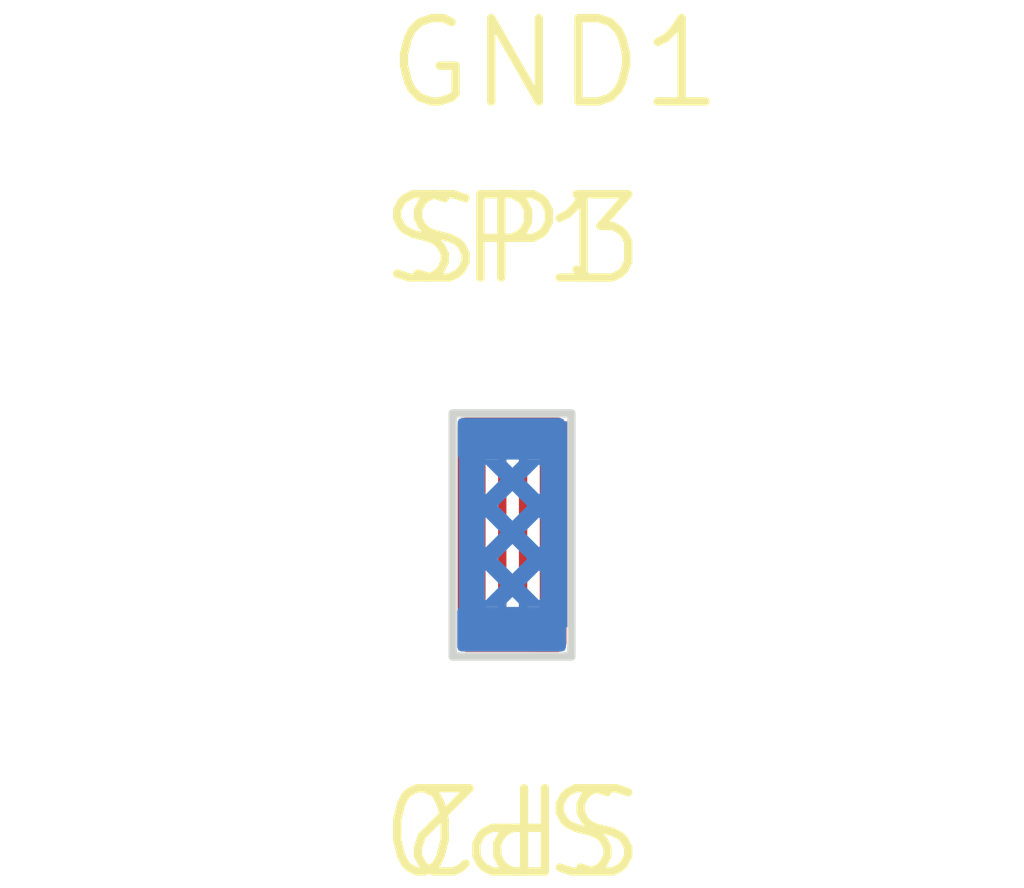
<source format=kicad_pcb>
(kicad_pcb (version 20240108) (generator "pcbnew") (generator_version "8.0")
  (layers (0 "F.Cu" signal) (31 "B.Cu" signal) (34 "B.Paste" user) (35 "F.Paste" user) (36 "B.SilkS" user "B.Silkscreen") (37 "F.SilkS" user "F.Silkscreen") (38 "B.Mask" user) (39 "F.Mask" user) (44 "Edge.Cuts" user))
  (net 0 "")
  (net 1 "GND")
  (net 2 "/A_+")
  (net 3 "/A_-")
  (footprint "simulation_port:pad_0.1mm" (layer "F.Cu") (at 148.59 128.495)
    (property "Reference" "SP1" (at 0 -4.5 0) (layer "F.SilkS") (effects (font (thickness 0.1))))
    (property "Value" "Simulation_Port")
    (pad "1" smd roundrect (at 0 0) (size 0.1 0.1) (layers "F.Cu" "F.Paste" "F.Mask") (roundrect_rratio 0.1) (net 2 "/A_+"))
  )
  (footprint "simulation_port:pad_0.1mm" (layer "F.Cu") (at 148.59 126.545 180)
    (property "Reference" "SP0" (at 0 -4.5 180) (layer "F.SilkS") (effects (font (thickness 0.1))))
    (property "Value" "Simulation_Port")
    (pad "1" smd roundrect (at 0 0 180) (size 0.1 0.1) (layers "F.Cu" "F.Paste" "F.Mask") (roundrect_rratio 0.1) (net 2 "/A_+"))
  )
  (footprint "simulation_port:pad_0.1mm" (layer "F.Cu") (at 148.84 128.495)
    (property "Reference" "SP3" (at 0 -4.5 0) (layer "F.SilkS") (effects (font (thickness 0.1))))
    (property "Value" "Simulation_Port")
    (pad "1" smd roundrect (at 0 0) (size 0.1 0.1) (layers "F.Cu" "F.Paste" "F.Mask") (roundrect_rratio 0.1) (net 3 "/A_-"))
  )
  (footprint "simulation_port:pad_0.05mm" (layer "F.Cu") (at 149.22 126.38)
    (property "Reference" "GND1" (at 0 -4.5 0) (layer "F.SilkS") (effects (font (thickness 0.1))))
    (property "Value" "Ground")
    (pad "1" smd roundrect (at 0 0) (size 0.05 0.05) (layers "F.Cu" "F.Paste" "F.Mask") (roundrect_rratio 0.1) (net 1 "GND"))
  )
  (footprint "simulation_port:pad_0.1mm" (layer "F.Cu") (at 148.84 126.545 180)
    (property "Reference" "SP2" (at 0 -4.5 180) (layer "F.SilkS") (effects (font (thickness 0.1))))
    (property "Value" "Simulation_Port")
    (pad "1" smd roundrect (at 0 0 180) (size 0.1 0.1) (layers "F.Cu" "F.Paste" "F.Mask") (roundrect_rratio 0.1) (net 3 "/A_-"))
  )
  (gr_line (start 148.59 128.41625) (end 148.59 128.29) (stroke (width 0.1)) (layer "B.Cu") (net 1))
  (gr_line (start 148.84 126.7) (end 148.84 126.51625) (stroke (width 0.1)) (layer "B.Cu") (net 1))
  (gr_rect (start 149.15 126.355) (end 149.26 128.615) (stroke (width 0.2)) (fill solid) (layer "B.Cu") (net 1))
  (gr_line (start 148.59 126.70625) (end 148.59 126.51375) (stroke (width 0.1)) (layer "B.Cu") (net 1))
  (gr_line (start 148.84 128.42) (end 148.84 128.29) (stroke (width 0.1)) (layer "B.Cu") (net 1))
  (gr_rect (start 148.17 126.365) (end 148.28 128.625) (stroke (width 0.2)) (fill solid) (layer "B.Cu") (net 1))
  (gr_rect (start 147.995 126.0852) (end 149.42 129.0052) (stroke (width 0.1)) (fill none) (layer "Edge.Cuts"))
  (segment (start 148.59 126.545) (end 148.59 128.495) (width 0.1) (layer "F.Cu") (net 2))
  (segment (start 148.84 126.545) (end 148.84 128.495) (width 0.1) (layer "F.Cu") (net 3))
  (zone (net 1) (net_name "GND") (layer "F.Cu") (connect_pads yes (clearance 0.15)) (min_thickness 0.2) (fill yes (thermal_gap 0.5) (thermal_bridge_width 0.5) (island_removal_mode 1) (island_area_min 10))
    (polygon (pts (xy 148.055 128.95) (xy 149.360859 128.950057) (xy 149.360859 126.135057) (xy 148.055 126.135)))
  )
  (zone (net 1) (net_name "GND") (layer "B.Cu") (priority 1) (connect_pads no (clearance 0.1)) (min_thickness 0.1) (fill yes (thermal_gap 0.25) (thermal_bridge_width 0.25))
    (polygon (pts (xy 148.05 128.41) (xy 149.355 128.41) (xy 149.355 128.945) (xy 148.05 128.945)))
  )
  (zone (net 1) (net_name "GND") (layer "B.Cu") (priority 1) (connect_pads no (clearance 0.1)) (min_thickness 0.1) (fill yes (thermal_gap 0.25) (thermal_bridge_width 0.25))
    (polygon (pts (xy 148.055 126.14) (xy 149.335 126.14) (xy 149.335 126.64) (xy 148.055 126.64)))
  )
  (zone (net 1) (net_name "GND") (layer "B.Cu") (connect_pads yes (clearance 0.01)) (min_thickness 0.025) (fill yes (mode hatch) (thermal_gap 0.25) (thermal_bridge_width 0.25) (island_removal_mode 1) (island_area_min 10) (hatch_thickness 0.2) (hatch_gap 0.25) (hatch_orientation 135) (hatch_border_algorithm hatch_thickness) (hatch_min_hole_area 0.3))
    (polygon (pts (xy 149.375 128.6552) (xy 148.085 128.6552) (xy 148.085 126.1802) (xy 149.375 126.1802)))
  )
)
</source>
